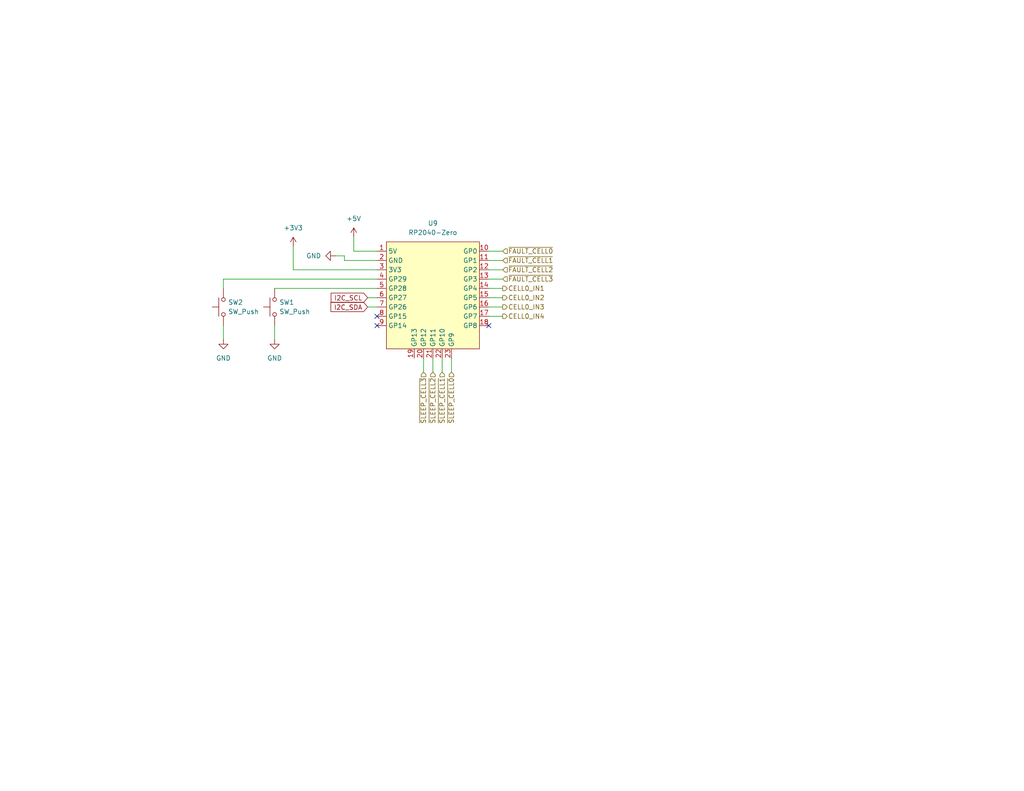
<source format=kicad_sch>
(kicad_sch (version 20231120) (generator "eeschema") (generator_version "8.0")
  (paper "USLetter")
  (lib_symbols
    (symbol "00-lib-symbols:RP2040-Zero"
      (property "Reference" "U" (at 0 0 0))
      (property "Value" "RP2040-Zero" (at 0 8.89 0))
      (symbol "RP2040-Zero_0_1"
        (rectangle (start -12.7 7.62) (end 12.7 -21.59) (fill (type background)))
      )
      (symbol "RP2040-Zero_1_1"
        (pin power_in line (at -15.24 5.08 0) (length 2.54) (name "5V") (number "1"))
        (pin bidirectional line (at 15.24 5.08 180) (length 2.54) (name "GP0") (number "10"))
        (pin bidirectional line (at 15.24 2.54 180) (length 2.54) (name "GP1") (number "11"))
        (pin bidirectional line (at 15.24 0 180) (length 2.54) (name "GP2") (number "12"))
        (pin bidirectional line (at 15.24 -2.54 180) (length 2.54) (name "GP3") (number "13"))
        (pin bidirectional line (at 15.24 -5.08 180) (length 2.54) (name "GP4") (number "14"))
        (pin bidirectional line (at 15.24 -7.62 180) (length 2.54) (name "GP5") (number "15"))
        (pin bidirectional line (at 15.24 -10.16 180) (length 2.54) (name "GP6") (number "16"))
        (pin bidirectional line (at 15.24 -12.7 180) (length 2.54) (name "GP7") (number "17"))
        (pin bidirectional line (at 15.24 -15.24 180) (length 2.54) (name "GP8") (number "18"))
        (pin bidirectional line (at -5.08 -24.13 90) (length 2.54) (name "GP13") (number "19"))
        (pin power_in line (at -15.24 2.54 0) (length 2.54) (name "GND") (number "2"))
        (pin bidirectional line (at -2.54 -24.13 90) (length 2.54) (name "GP12") (number "20"))
        (pin bidirectional line (at 0 -24.13 90) (length 2.54) (name "GP11") (number "21"))
        (pin bidirectional line (at 2.54 -24.13 90) (length 2.54) (name "GP10") (number "22"))
        (pin bidirectional line (at 5.08 -24.13 90) (length 2.54) (name "GP9") (number "23"))
        (pin power_in line (at -15.24 0 0) (length 2.54) (name "3V3") (number "3"))
        (pin bidirectional line (at -15.24 -2.54 0) (length 2.54) (name "GP29") (number "4"))
        (pin bidirectional line (at -15.24 -5.08 0) (length 2.54) (name "GP28") (number "5"))
        (pin bidirectional line (at -15.24 -7.62 0) (length 2.54) (name "GP27") (number "6"))
        (pin bidirectional line (at -15.24 -10.16 0) (length 2.54) (name "GP26") (number "7"))
        (pin bidirectional line (at -15.24 -12.7 0) (length 2.54) (name "GP15") (number "8"))
        (pin bidirectional line (at -15.24 -15.24 0) (length 2.54) (name "GP14") (number "9"))
      )
    )
    (symbol "Switch:SW_Push" (pin_numbers hide) (pin_names (offset 1.016) hide)
      (property "Reference" "SW" (at 1.27 2.54 0))
      (property "Value" "SW_Push" (at 0 -1.524 0))
      (symbol "SW_Push_0_1"
        (circle (center -2.032 0) (radius 0.508))
        (polyline (pts (xy 0 1.27) (xy 0 3.048)))
        (polyline (pts (xy 2.54 1.27) (xy -2.54 1.27)))
        (circle (center 2.032 0) (radius 0.508))
        (pin passive line (at -5.08 0 0) (length 2.54) (name "1") (number "1"))
        (pin passive line (at 5.08 0 180) (length 2.54) (name "2") (number "2"))
      )
    )
    (symbol "power:+3V3" (power) (pin_numbers hide) (pin_names (offset 0) hide)
      (property "Value" "+3V3" (at 0 3.556 0))
      (symbol "+3V3_0_1"
        (polyline (pts (xy -0.762 1.27) (xy 0 2.54)))
        (polyline (pts (xy 0 0) (xy 0 2.54)))
        (polyline (pts (xy 0 2.54) (xy 0.762 1.27)))
      )
      (symbol "+3V3_1_1"
        (pin power_in line (at 0 0 90) (length 0) (name "~") (number "1"))
      )
    )
    (symbol "power:+5V" (power) (pin_numbers hide) (pin_names (offset 0) hide)
      (property "Value" "+5V" (at 0 3.556 0))
      (symbol "+5V_0_1"
        (polyline (pts (xy -0.762 1.27) (xy 0 2.54)))
        (polyline (pts (xy 0 0) (xy 0 2.54)))
        (polyline (pts (xy 0 2.54) (xy 0.762 1.27)))
      )
      (symbol "+5V_1_1"
        (pin power_in line (at 0 0 90) (length 0) (name "~") (number "1"))
      )
    )
    (symbol "power:GND" (power) (pin_numbers hide) (pin_names (offset 0) hide)
      (property "Value" "GND" (at 0 -3.81 0))
      (symbol "GND_0_1"
        (polyline (pts (xy 0 0) (xy 0 -1.27) (xy 1.27 -1.27) (xy 0 -2.54) (xy -1.27 -1.27) (xy 0 -1.27)))
      )
      (symbol "GND_1_1"
        (pin power_in line (at 0 0 270) (length 0) (name "~") (number "1"))
      )
    )
  )
  (no_connect (at 102.87 88.9))
  (no_connect (at 102.87 86.36))
  (no_connect (at 133.35 88.9))
  (wire (pts (xy 60.96 76.2) (xy 60.96 78.74)))
  (wire (pts (xy 133.35 86.36) (xy 137.16 86.36)))
  (wire (pts (xy 133.35 78.74) (xy 137.16 78.74)))
  (wire (pts (xy 133.35 81.28) (xy 137.16 81.28)))
  (wire (pts (xy 96.52 64.77) (xy 96.52 68.58)))
  (wire (pts (xy 60.96 88.9) (xy 60.96 92.71)))
  (wire (pts (xy 133.35 76.2) (xy 137.16 76.2)))
  (wire (pts (xy 100.33 83.82) (xy 102.87 83.82)))
  (wire (pts (xy 102.87 73.66) (xy 80.01 73.66)))
  (wire (pts (xy 100.33 81.28) (xy 102.87 81.28)))
  (wire (pts (xy 102.87 76.2) (xy 60.96 76.2)))
  (wire (pts (xy 120.65 101.6) (xy 120.65 97.79)))
  (wire (pts (xy 115.57 101.6) (xy 115.57 97.79)))
  (wire (pts (xy 96.52 68.58) (xy 102.87 68.58)))
  (wire (pts (xy 133.35 73.66) (xy 137.16 73.66)))
  (wire (pts (xy 118.11 101.6) (xy 118.11 97.79)))
  (wire (pts (xy 133.35 71.12) (xy 137.16 71.12)))
  (wire (pts (xy 74.93 78.74) (xy 102.87 78.74)))
  (wire (pts (xy 74.93 88.9) (xy 74.93 92.71)))
  (wire (pts (xy 102.87 71.12) (xy 93.98 71.12)))
  (wire (pts (xy 93.98 71.12) (xy 93.98 69.85)))
  (wire (pts (xy 133.35 83.82) (xy 137.16 83.82)))
  (wire (pts (xy 123.19 101.6) (xy 123.19 97.79)))
  (wire (pts (xy 93.98 69.85) (xy 91.44 69.85)))
  (wire (pts (xy 80.01 73.66) (xy 80.01 67.31)))
  (wire (pts (xy 133.35 68.58) (xy 137.16 68.58)))
  (global_label "I2C_SDA" (shape input) (at 100.33 83.82 180) (property "Intersheetrefs" "${INTERSHEET_REFS}" (effects (hide yes))))
  (global_label "I2C_SCL" (shape input) (at 100.33 81.28 180) (property "Intersheetrefs" "${INTERSHEET_REFS}" (effects (hide yes))))
  (hierarchical_label "CELL0_IN1" (shape output) (at 137.16 78.74 0))
  (hierarchical_label "CELL0_IN2" (shape output) (at 137.16 81.28 0))
  (hierarchical_label "~{FAULT_CELL0}" (shape input) (at 137.16 68.58 0))
  (hierarchical_label "CELL0_IN3" (shape output) (at 137.16 83.82 0))
  (hierarchical_label "~{SLEEP_CELL0}" (shape input) (at 123.19 101.6 270))
  (hierarchical_label "CELL0_IN4" (shape output) (at 137.16 86.36 0))
  (hierarchical_label "~{SLEEP_CELL3}" (shape input) (at 115.57 101.6 270))
  (hierarchical_label "~{FAULT_CELL2}" (shape input) (at 137.16 73.66 0))
  (hierarchical_label "~{FAULT_CELL1}" (shape input) (at 137.16 71.12 0))
  (hierarchical_label "~{SLEEP_CELL1}" (shape input) (at 120.65 101.6 270))
  (hierarchical_label "~{FAULT_CELL3}" (shape input) (at 137.16 76.2 0))
  (hierarchical_label "~{SLEEP_CELL2}" (shape input) (at 118.11 101.6 270))
  (symbol (lib_id "power:GND") (at 60.96 92.71 0) (unit 1)
    (property "Reference" "#PWR076" (effects (hide yes)))
    (property "Value" "GND" (at 60.96 97.79 0))
    (property "Description" "Power symbol creates a global label with name \"GND\" , ground" (effects (hide yes)))
  )
  (symbol (lib_id "power:GND") (at 91.44 69.85 270) (unit 1)
    (property "Reference" "#PWR074" (effects (hide yes)))
    (property "Value" "GND" (at 87.63 69.8499 90) (effects (justify right)))
    (property "Description" "Power symbol creates a global label with name \"GND\" , ground" (effects (hide yes)))
  )
  (symbol (lib_id "00-lib-symbols:RP2040-Zero") (at 118.11 73.66 0) (unit 1)
    (property "Reference" "U9" (at 118.11 60.96 0))
    (property "Value" "RP2040-Zero" (at 118.11 63.5 0))
    (property "Footprint" "00-lib-footprints:RP2040 Zero" (effects (hide yes)))
    (property "Source" "https://github.com/dj505/RP2040-Zero-KiCAD" (effects (hide yes)))
  )
  (symbol (lib_id "Switch:SW_Push") (at 60.96 83.82 90) (unit 1)
    (property "Reference" "SW2" (at 62.23 82.5499 90) (effects (justify right)))
    (property "Value" "SW_Push" (at 62.23 85.0899 90) (effects (justify right)))
    (property "Footprint" "Button_Switch_THT:SW_PUSH_6mm" (effects (hide yes)))
    (property "Description" "Push button switch, generic, two pins" (effects (hide yes)))
  )
  (symbol (lib_id "power:GND") (at 74.93 92.71 0) (unit 1)
    (property "Reference" "#PWR077" (effects (hide yes)))
    (property "Value" "GND" (at 74.93 97.79 0))
    (property "Description" "Power symbol creates a global label with name \"GND\" , ground" (effects (hide yes)))
  )
  (symbol (lib_id "power:+3V3") (at 80.01 67.31 0) (unit 1)
    (property "Reference" "#PWR075" (effects (hide yes)))
    (property "Value" "+3V3" (at 80.01 62.23 0))
    (property "Description" "Power symbol creates a global label with name \"+3V3\"" (effects (hide yes)))
  )
  (symbol (lib_id "power:+5V") (at 96.52 64.77 0) (unit 1)
    (property "Reference" "#PWR073" (effects (hide yes)))
    (property "Value" "+5V" (at 96.52 59.69 0))
    (property "Description" "Power symbol creates a global label with name \"+5V\"" (effects (hide yes)))
  )
  (symbol (lib_id "Switch:SW_Push") (at 74.93 83.82 90) (unit 1)
    (property "Reference" "SW1" (at 76.2 82.5499 90) (effects (justify right)))
    (property "Value" "SW_Push" (at 76.2 85.0899 90) (effects (justify right)))
    (property "Footprint" "Button_Switch_THT:SW_PUSH_6mm" (effects (hide yes)))
    (property "Description" "Push button switch, generic, two pins" (effects (hide yes)))
  )
)
</source>
